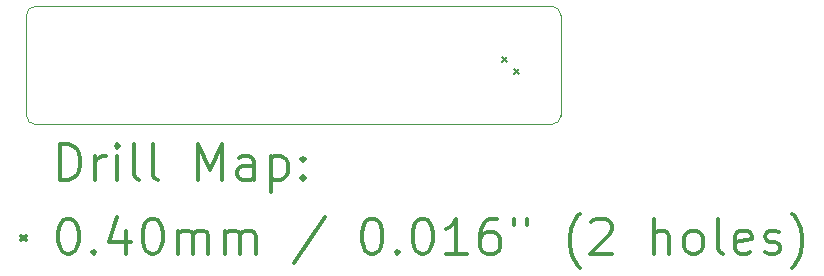
<source format=gbr>
%FSLAX45Y45*%
G04 Gerber Fmt 4.5, Leading zero omitted, Abs format (unit mm)*
G04 Created by KiCad (PCBNEW (5.1.5)-3) date 2021-10-17 15:35:13*
%MOMM*%
%LPD*%
G04 APERTURE LIST*
%TA.AperFunction,Profile*%
%ADD10C,0.050000*%
%TD*%
%ADD11C,0.200000*%
%ADD12C,0.300000*%
G04 APERTURE END LIST*
D10*
X16850000Y-7075000D02*
G75*
G02X16925000Y-7000000I75000J0D01*
G01*
X16925000Y-8000000D02*
G75*
G02X16850000Y-7925000I0J75000D01*
G01*
X21375000Y-7925000D02*
G75*
G02X21300000Y-8000000I-75000J0D01*
G01*
X21300000Y-7000000D02*
G75*
G02X21375000Y-7075000I0J-75000D01*
G01*
X21300000Y-7000000D02*
X16925000Y-7000000D01*
X21375000Y-7925000D02*
X21375000Y-7075000D01*
X16925000Y-8000000D02*
X21300000Y-8000000D01*
X16850000Y-7075000D02*
X16850000Y-7925000D01*
D11*
X20880000Y-7430000D02*
X20920000Y-7470000D01*
X20920000Y-7430000D02*
X20880000Y-7470000D01*
X20980000Y-7530000D02*
X21020000Y-7570000D01*
X21020000Y-7530000D02*
X20980000Y-7570000D01*
D12*
X17133928Y-8468214D02*
X17133928Y-8168214D01*
X17205357Y-8168214D01*
X17248214Y-8182500D01*
X17276786Y-8211071D01*
X17291071Y-8239643D01*
X17305357Y-8296786D01*
X17305357Y-8339643D01*
X17291071Y-8396786D01*
X17276786Y-8425357D01*
X17248214Y-8453929D01*
X17205357Y-8468214D01*
X17133928Y-8468214D01*
X17433928Y-8468214D02*
X17433928Y-8268214D01*
X17433928Y-8325357D02*
X17448214Y-8296786D01*
X17462500Y-8282500D01*
X17491071Y-8268214D01*
X17519643Y-8268214D01*
X17619643Y-8468214D02*
X17619643Y-8268214D01*
X17619643Y-8168214D02*
X17605357Y-8182500D01*
X17619643Y-8196786D01*
X17633928Y-8182500D01*
X17619643Y-8168214D01*
X17619643Y-8196786D01*
X17805357Y-8468214D02*
X17776786Y-8453929D01*
X17762500Y-8425357D01*
X17762500Y-8168214D01*
X17962500Y-8468214D02*
X17933928Y-8453929D01*
X17919643Y-8425357D01*
X17919643Y-8168214D01*
X18305357Y-8468214D02*
X18305357Y-8168214D01*
X18405357Y-8382500D01*
X18505357Y-8168214D01*
X18505357Y-8468214D01*
X18776786Y-8468214D02*
X18776786Y-8311071D01*
X18762500Y-8282500D01*
X18733928Y-8268214D01*
X18676786Y-8268214D01*
X18648214Y-8282500D01*
X18776786Y-8453929D02*
X18748214Y-8468214D01*
X18676786Y-8468214D01*
X18648214Y-8453929D01*
X18633928Y-8425357D01*
X18633928Y-8396786D01*
X18648214Y-8368214D01*
X18676786Y-8353929D01*
X18748214Y-8353929D01*
X18776786Y-8339643D01*
X18919643Y-8268214D02*
X18919643Y-8568214D01*
X18919643Y-8282500D02*
X18948214Y-8268214D01*
X19005357Y-8268214D01*
X19033928Y-8282500D01*
X19048214Y-8296786D01*
X19062500Y-8325357D01*
X19062500Y-8411072D01*
X19048214Y-8439643D01*
X19033928Y-8453929D01*
X19005357Y-8468214D01*
X18948214Y-8468214D01*
X18919643Y-8453929D01*
X19191071Y-8439643D02*
X19205357Y-8453929D01*
X19191071Y-8468214D01*
X19176786Y-8453929D01*
X19191071Y-8439643D01*
X19191071Y-8468214D01*
X19191071Y-8282500D02*
X19205357Y-8296786D01*
X19191071Y-8311071D01*
X19176786Y-8296786D01*
X19191071Y-8282500D01*
X19191071Y-8311071D01*
X16807500Y-8942500D02*
X16847500Y-8982500D01*
X16847500Y-8942500D02*
X16807500Y-8982500D01*
X17191071Y-8798214D02*
X17219643Y-8798214D01*
X17248214Y-8812500D01*
X17262500Y-8826786D01*
X17276786Y-8855357D01*
X17291071Y-8912500D01*
X17291071Y-8983929D01*
X17276786Y-9041072D01*
X17262500Y-9069643D01*
X17248214Y-9083929D01*
X17219643Y-9098214D01*
X17191071Y-9098214D01*
X17162500Y-9083929D01*
X17148214Y-9069643D01*
X17133928Y-9041072D01*
X17119643Y-8983929D01*
X17119643Y-8912500D01*
X17133928Y-8855357D01*
X17148214Y-8826786D01*
X17162500Y-8812500D01*
X17191071Y-8798214D01*
X17419643Y-9069643D02*
X17433928Y-9083929D01*
X17419643Y-9098214D01*
X17405357Y-9083929D01*
X17419643Y-9069643D01*
X17419643Y-9098214D01*
X17691071Y-8898214D02*
X17691071Y-9098214D01*
X17619643Y-8783929D02*
X17548214Y-8998214D01*
X17733928Y-8998214D01*
X17905357Y-8798214D02*
X17933928Y-8798214D01*
X17962500Y-8812500D01*
X17976786Y-8826786D01*
X17991071Y-8855357D01*
X18005357Y-8912500D01*
X18005357Y-8983929D01*
X17991071Y-9041072D01*
X17976786Y-9069643D01*
X17962500Y-9083929D01*
X17933928Y-9098214D01*
X17905357Y-9098214D01*
X17876786Y-9083929D01*
X17862500Y-9069643D01*
X17848214Y-9041072D01*
X17833928Y-8983929D01*
X17833928Y-8912500D01*
X17848214Y-8855357D01*
X17862500Y-8826786D01*
X17876786Y-8812500D01*
X17905357Y-8798214D01*
X18133928Y-9098214D02*
X18133928Y-8898214D01*
X18133928Y-8926786D02*
X18148214Y-8912500D01*
X18176786Y-8898214D01*
X18219643Y-8898214D01*
X18248214Y-8912500D01*
X18262500Y-8941072D01*
X18262500Y-9098214D01*
X18262500Y-8941072D02*
X18276786Y-8912500D01*
X18305357Y-8898214D01*
X18348214Y-8898214D01*
X18376786Y-8912500D01*
X18391071Y-8941072D01*
X18391071Y-9098214D01*
X18533928Y-9098214D02*
X18533928Y-8898214D01*
X18533928Y-8926786D02*
X18548214Y-8912500D01*
X18576786Y-8898214D01*
X18619643Y-8898214D01*
X18648214Y-8912500D01*
X18662500Y-8941072D01*
X18662500Y-9098214D01*
X18662500Y-8941072D02*
X18676786Y-8912500D01*
X18705357Y-8898214D01*
X18748214Y-8898214D01*
X18776786Y-8912500D01*
X18791071Y-8941072D01*
X18791071Y-9098214D01*
X19376786Y-8783929D02*
X19119643Y-9169643D01*
X19762500Y-8798214D02*
X19791071Y-8798214D01*
X19819643Y-8812500D01*
X19833928Y-8826786D01*
X19848214Y-8855357D01*
X19862500Y-8912500D01*
X19862500Y-8983929D01*
X19848214Y-9041072D01*
X19833928Y-9069643D01*
X19819643Y-9083929D01*
X19791071Y-9098214D01*
X19762500Y-9098214D01*
X19733928Y-9083929D01*
X19719643Y-9069643D01*
X19705357Y-9041072D01*
X19691071Y-8983929D01*
X19691071Y-8912500D01*
X19705357Y-8855357D01*
X19719643Y-8826786D01*
X19733928Y-8812500D01*
X19762500Y-8798214D01*
X19991071Y-9069643D02*
X20005357Y-9083929D01*
X19991071Y-9098214D01*
X19976786Y-9083929D01*
X19991071Y-9069643D01*
X19991071Y-9098214D01*
X20191071Y-8798214D02*
X20219643Y-8798214D01*
X20248214Y-8812500D01*
X20262500Y-8826786D01*
X20276786Y-8855357D01*
X20291071Y-8912500D01*
X20291071Y-8983929D01*
X20276786Y-9041072D01*
X20262500Y-9069643D01*
X20248214Y-9083929D01*
X20219643Y-9098214D01*
X20191071Y-9098214D01*
X20162500Y-9083929D01*
X20148214Y-9069643D01*
X20133928Y-9041072D01*
X20119643Y-8983929D01*
X20119643Y-8912500D01*
X20133928Y-8855357D01*
X20148214Y-8826786D01*
X20162500Y-8812500D01*
X20191071Y-8798214D01*
X20576786Y-9098214D02*
X20405357Y-9098214D01*
X20491071Y-9098214D02*
X20491071Y-8798214D01*
X20462500Y-8841072D01*
X20433928Y-8869643D01*
X20405357Y-8883929D01*
X20833928Y-8798214D02*
X20776786Y-8798214D01*
X20748214Y-8812500D01*
X20733928Y-8826786D01*
X20705357Y-8869643D01*
X20691071Y-8926786D01*
X20691071Y-9041072D01*
X20705357Y-9069643D01*
X20719643Y-9083929D01*
X20748214Y-9098214D01*
X20805357Y-9098214D01*
X20833928Y-9083929D01*
X20848214Y-9069643D01*
X20862500Y-9041072D01*
X20862500Y-8969643D01*
X20848214Y-8941072D01*
X20833928Y-8926786D01*
X20805357Y-8912500D01*
X20748214Y-8912500D01*
X20719643Y-8926786D01*
X20705357Y-8941072D01*
X20691071Y-8969643D01*
X20976786Y-8798214D02*
X20976786Y-8855357D01*
X21091071Y-8798214D02*
X21091071Y-8855357D01*
X21533928Y-9212500D02*
X21519643Y-9198214D01*
X21491071Y-9155357D01*
X21476786Y-9126786D01*
X21462500Y-9083929D01*
X21448214Y-9012500D01*
X21448214Y-8955357D01*
X21462500Y-8883929D01*
X21476786Y-8841072D01*
X21491071Y-8812500D01*
X21519643Y-8769643D01*
X21533928Y-8755357D01*
X21633928Y-8826786D02*
X21648214Y-8812500D01*
X21676786Y-8798214D01*
X21748214Y-8798214D01*
X21776786Y-8812500D01*
X21791071Y-8826786D01*
X21805357Y-8855357D01*
X21805357Y-8883929D01*
X21791071Y-8926786D01*
X21619643Y-9098214D01*
X21805357Y-9098214D01*
X22162500Y-9098214D02*
X22162500Y-8798214D01*
X22291071Y-9098214D02*
X22291071Y-8941072D01*
X22276786Y-8912500D01*
X22248214Y-8898214D01*
X22205357Y-8898214D01*
X22176786Y-8912500D01*
X22162500Y-8926786D01*
X22476786Y-9098214D02*
X22448214Y-9083929D01*
X22433928Y-9069643D01*
X22419643Y-9041072D01*
X22419643Y-8955357D01*
X22433928Y-8926786D01*
X22448214Y-8912500D01*
X22476786Y-8898214D01*
X22519643Y-8898214D01*
X22548214Y-8912500D01*
X22562500Y-8926786D01*
X22576786Y-8955357D01*
X22576786Y-9041072D01*
X22562500Y-9069643D01*
X22548214Y-9083929D01*
X22519643Y-9098214D01*
X22476786Y-9098214D01*
X22748214Y-9098214D02*
X22719643Y-9083929D01*
X22705357Y-9055357D01*
X22705357Y-8798214D01*
X22976786Y-9083929D02*
X22948214Y-9098214D01*
X22891071Y-9098214D01*
X22862500Y-9083929D01*
X22848214Y-9055357D01*
X22848214Y-8941072D01*
X22862500Y-8912500D01*
X22891071Y-8898214D01*
X22948214Y-8898214D01*
X22976786Y-8912500D01*
X22991071Y-8941072D01*
X22991071Y-8969643D01*
X22848214Y-8998214D01*
X23105357Y-9083929D02*
X23133928Y-9098214D01*
X23191071Y-9098214D01*
X23219643Y-9083929D01*
X23233928Y-9055357D01*
X23233928Y-9041072D01*
X23219643Y-9012500D01*
X23191071Y-8998214D01*
X23148214Y-8998214D01*
X23119643Y-8983929D01*
X23105357Y-8955357D01*
X23105357Y-8941072D01*
X23119643Y-8912500D01*
X23148214Y-8898214D01*
X23191071Y-8898214D01*
X23219643Y-8912500D01*
X23333928Y-9212500D02*
X23348214Y-9198214D01*
X23376786Y-9155357D01*
X23391071Y-9126786D01*
X23405357Y-9083929D01*
X23419643Y-9012500D01*
X23419643Y-8955357D01*
X23405357Y-8883929D01*
X23391071Y-8841072D01*
X23376786Y-8812500D01*
X23348214Y-8769643D01*
X23333928Y-8755357D01*
M02*

</source>
